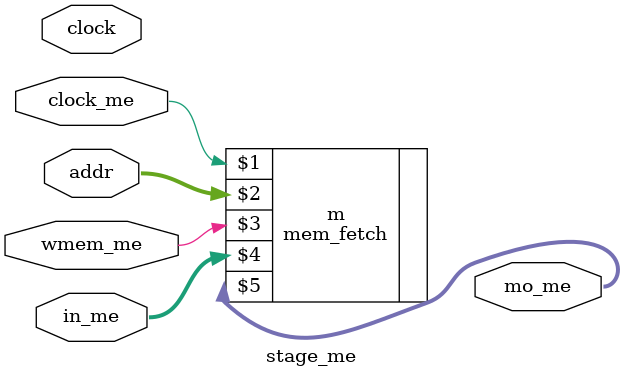
<source format=v>
/*
	
	Computer System (1) ------ Final Project
	MIPS 5-Level Pipeline CPU (Advanced)

	Author: 	Xu Yifei	&	Zhang Yiyi
	Stu. ID:	5130309056	&	5132409031
	Class: 		F1324004(ACM2013)
	College:	Zhiyuan College
	University: Shanghai Jiao Tong University

	File type:	Verilog --- Stage
	File name:	Stage 4 --- ME

	Version:
        0.1     2015/6/9    Version alpha;
		
*/

module stage_me (clock, clock_me, wmem_me, addr, in_me, mo_me);

	input	[31:0]	addr, in_me;
	input	wmem_me, clock, clock_me;
	output	[31:0]	mo_me;

	mem_fetch m (clock_me, addr, wmem_me, in_me, mo_me);

endmodule
</source>
